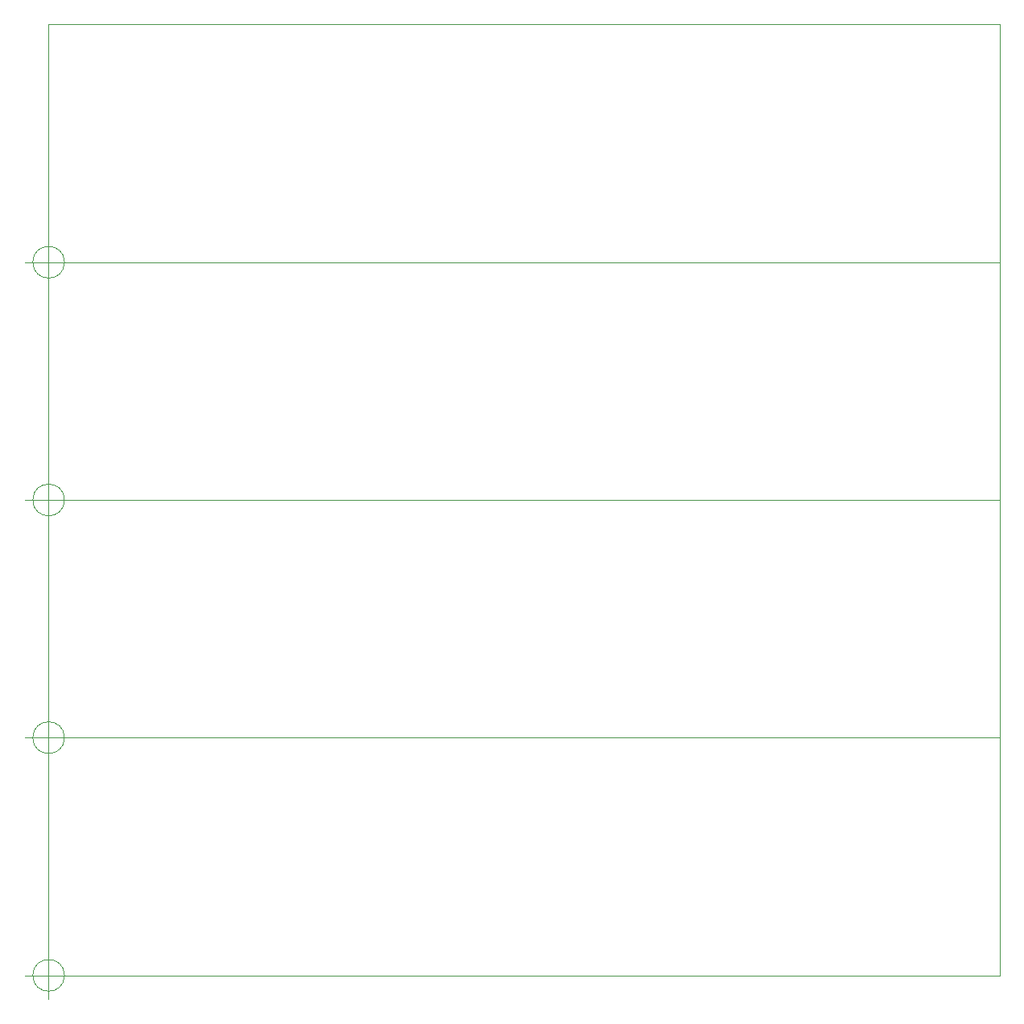
<source format=gm1>
%TF.GenerationSoftware,KiCad,Pcbnew,(6.0.10)*%
%TF.CreationDate,2024-05-12T12:16:17+09:00*%
%TF.ProjectId,simpleLogicCircuit_4x1_v1.3,73696d70-6c65-44c6-9f67-696343697263,rev?*%
%TF.SameCoordinates,Original*%
%TF.FileFunction,Profile,NP*%
%FSLAX46Y46*%
G04 Gerber Fmt 4.6, Leading zero omitted, Abs format (unit mm)*
G04 Created by KiCad (PCBNEW (6.0.10)) date 2024-05-12 12:16:17*
%MOMM*%
%LPD*%
G01*
G04 APERTURE LIST*
%TA.AperFunction,Profile*%
%ADD10C,0.100000*%
%TD*%
G04 APERTURE END LIST*
D10*
X54716666Y-127980000D02*
G75*
G03*
X54716666Y-127980000I-1666666J0D01*
G01*
X50550000Y-127980000D02*
X55550000Y-127980000D01*
X53050000Y-125480000D02*
X53050000Y-130480000D01*
X53050000Y-102980000D02*
X153050000Y-102980000D01*
X153050000Y-102980000D02*
X153050000Y-127980000D01*
X153050000Y-127980000D02*
X53050000Y-127980000D01*
X53050000Y-127980000D02*
X53050000Y-102980000D01*
X54716666Y-102980000D02*
G75*
G03*
X54716666Y-102980000I-1666666J0D01*
G01*
X50550000Y-102980000D02*
X55550000Y-102980000D01*
X53050000Y-100480000D02*
X53050000Y-105480000D01*
X53050000Y-77980000D02*
X153050000Y-77980000D01*
X153050000Y-77980000D02*
X153050000Y-102980000D01*
X153050000Y-102980000D02*
X53050000Y-102980000D01*
X53050000Y-102980000D02*
X53050000Y-77980000D01*
X54716666Y-77980000D02*
G75*
G03*
X54716666Y-77980000I-1666666J0D01*
G01*
X50550000Y-77980000D02*
X55550000Y-77980000D01*
X53050000Y-75480000D02*
X53050000Y-80480000D01*
X53050000Y-52980000D02*
X153050000Y-52980000D01*
X153050000Y-52980000D02*
X153050000Y-77980000D01*
X153050000Y-77980000D02*
X53050000Y-77980000D01*
X53050000Y-77980000D02*
X53050000Y-52980000D01*
X53050000Y-27980000D02*
X153050000Y-27980000D01*
X153050000Y-27980000D02*
X153050000Y-52980000D01*
X153050000Y-52980000D02*
X53050000Y-52980000D01*
X53050000Y-52980000D02*
X53050000Y-27980000D01*
X54716666Y-52980000D02*
G75*
G03*
X54716666Y-52980000I-1666666J0D01*
G01*
X50550000Y-52980000D02*
X55550000Y-52980000D01*
X53050000Y-50480000D02*
X53050000Y-55480000D01*
M02*

</source>
